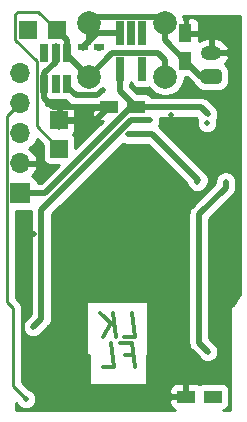
<source format=gbr>
G04 #@! TF.GenerationSoftware,KiCad,Pcbnew,(5.1.9)-1*
G04 #@! TF.CreationDate,2021-03-01T14:20:39+01:00*
G04 #@! TF.ProjectId,button_timer_v1.2.1_lipo,62757474-6f6e-45f7-9469-6d65725f7631,rev?*
G04 #@! TF.SameCoordinates,Original*
G04 #@! TF.FileFunction,Copper,L2,Bot*
G04 #@! TF.FilePolarity,Positive*
%FSLAX46Y46*%
G04 Gerber Fmt 4.6, Leading zero omitted, Abs format (unit mm)*
G04 Created by KiCad (PCBNEW (5.1.9)-1) date 2021-03-01 14:20:39*
%MOMM*%
%LPD*%
G01*
G04 APERTURE LIST*
G04 #@! TA.AperFunction,NonConductor*
%ADD10C,0.300000*%
G04 #@! TD*
G04 #@! TA.AperFunction,SMDPad,CuDef*
%ADD11R,0.650000X2.000000*%
G04 #@! TD*
G04 #@! TA.AperFunction,SMDPad,CuDef*
%ADD12C,0.150000*%
G04 #@! TD*
G04 #@! TA.AperFunction,SMDPad,CuDef*
%ADD13R,0.650000X1.500000*%
G04 #@! TD*
G04 #@! TA.AperFunction,SMDPad,CuDef*
%ADD14R,1.100000X1.500000*%
G04 #@! TD*
G04 #@! TA.AperFunction,SMDPad,CuDef*
%ADD15R,1.500000X1.100000*%
G04 #@! TD*
G04 #@! TA.AperFunction,SMDPad,CuDef*
%ADD16R,1.500000X1.500000*%
G04 #@! TD*
G04 #@! TA.AperFunction,SMDPad,CuDef*
%ADD17R,0.900000X0.620000*%
G04 #@! TD*
G04 #@! TA.AperFunction,ComponentPad*
%ADD18O,1.700000X1.700000*%
G04 #@! TD*
G04 #@! TA.AperFunction,ComponentPad*
%ADD19R,1.700000X1.700000*%
G04 #@! TD*
G04 #@! TA.AperFunction,ComponentPad*
%ADD20C,2.000000*%
G04 #@! TD*
G04 #@! TA.AperFunction,ComponentPad*
%ADD21O,1.750000X1.200000*%
G04 #@! TD*
G04 #@! TA.AperFunction,ViaPad*
%ADD22C,0.500000*%
G04 #@! TD*
G04 #@! TA.AperFunction,Conductor*
%ADD23C,0.500000*%
G04 #@! TD*
G04 #@! TA.AperFunction,Conductor*
%ADD24C,0.250000*%
G04 #@! TD*
G04 #@! TA.AperFunction,Conductor*
%ADD25C,0.254000*%
G04 #@! TD*
G04 #@! TA.AperFunction,Conductor*
%ADD26C,0.150000*%
G04 #@! TD*
G04 APERTURE END LIST*
D10*
X125990922Y-88536761D02*
X126943303Y-88536761D01*
X126693303Y-86536761D01*
X125324255Y-88536761D02*
X125074255Y-86536761D01*
X124181398Y-88536761D02*
X124895684Y-87393904D01*
X123931398Y-86536761D02*
X125217113Y-87679619D01*
X126092827Y-90057142D02*
X126759494Y-90057142D01*
X126890446Y-91104761D02*
X126640446Y-89104761D01*
X125688065Y-89104761D01*
X124223779Y-91104761D02*
X125176160Y-91104761D01*
X124926160Y-89104761D01*
D11*
G04 #@! TO.P,U2,5*
G04 #@! TO.N,/VCC*
X125650000Y-65850000D03*
G04 #@! TO.P,U2,4*
G04 #@! TO.N,N/C*
X127550000Y-65850000D03*
G04 #@! TO.P,U2,3*
G04 #@! TO.N,Net-(R7-Pad1)*
X127550000Y-62800000D03*
G04 #@! TA.AperFunction,SMDPad,CuDef*
D12*
G04 #@! TO.P,U2,2*
G04 #@! TO.N,/GND*
G36*
X126275000Y-61800000D02*
G01*
X126925000Y-61800000D01*
X126925000Y-63800000D01*
X126275000Y-63800000D01*
X126275000Y-61800000D01*
G37*
G04 #@! TD.AperFunction*
D11*
G04 #@! TO.P,U2,1*
G04 #@! TO.N,Net-(BT1-Pad1)*
X125650000Y-62800000D03*
G04 #@! TD*
D13*
G04 #@! TO.P,U3,5*
G04 #@! TO.N,Net-(R7-Pad2)*
X120200000Y-67100000D03*
G04 #@! TO.P,U3,6*
G04 #@! TO.N,/GND*
X119250000Y-67100000D03*
G04 #@! TO.P,U3,4*
G04 #@! TO.N,/GPIO4*
X121150000Y-67100000D03*
G04 #@! TO.P,U3,3*
G04 #@! TO.N,Net-(R6-Pad2)*
X121150000Y-64500000D03*
G04 #@! TO.P,U3,2*
G04 #@! TO.N,/GND*
X120200000Y-64500000D03*
G04 #@! TO.P,U3,1*
G04 #@! TO.N,Net-(BT1-Pad1)*
X119250000Y-64500000D03*
G04 #@! TD*
D14*
G04 #@! TO.P,C1,2*
G04 #@! TO.N,Net-(BT1-Pad1)*
X131200000Y-65150000D03*
G04 #@! TO.P,C1,1*
G04 #@! TO.N,/GND*
X131200000Y-62850000D03*
G04 #@! TD*
D15*
G04 #@! TO.P,C3,2*
G04 #@! TO.N,/VCC*
X127000000Y-69100000D03*
G04 #@! TO.P,C3,1*
G04 #@! TO.N,/GND*
X124700000Y-69100000D03*
G04 #@! TD*
G04 #@! TO.P,C2,2*
G04 #@! TO.N,/RST*
X133534800Y-93599000D03*
G04 #@! TO.P,C2,1*
G04 #@! TO.N,/GND*
X131234800Y-93599000D03*
G04 #@! TD*
D16*
G04 #@! TO.P,R8,2*
G04 #@! TO.N,/GND*
X120500000Y-70200000D03*
G04 #@! TO.P,R8,1*
G04 #@! TO.N,Net-(R6-Pad2)*
X120500000Y-72600000D03*
G04 #@! TD*
G04 #@! TO.P,R6,2*
G04 #@! TO.N,Net-(R6-Pad2)*
X120300000Y-62600000D03*
G04 #@! TO.P,R6,1*
G04 #@! TO.N,Net-(D1-Pad2)*
X117900000Y-62600000D03*
G04 #@! TD*
D17*
G04 #@! TO.P,C5,2*
G04 #@! TO.N,/GND*
X123840000Y-64008000D03*
G04 #@! TO.P,C5,1*
G04 #@! TO.N,Net-(BT1-Pad1)*
X122540000Y-64008000D03*
G04 #@! TD*
D18*
G04 #@! TO.P,J1,5*
G04 #@! TO.N,/RST*
X117200000Y-66240000D03*
G04 #@! TO.P,J1,4*
G04 #@! TO.N,/TX*
X117200000Y-68780000D03*
G04 #@! TO.P,J1,3*
G04 #@! TO.N,/RX*
X117200000Y-71320000D03*
G04 #@! TO.P,J1,2*
G04 #@! TO.N,/GND*
X117200000Y-73860000D03*
D19*
G04 #@! TO.P,J1,1*
G04 #@! TO.N,/VCC*
X117200000Y-76400000D03*
G04 #@! TD*
D20*
G04 #@! TO.P,SW1,1*
G04 #@! TO.N,Net-(BT1-Pad1)*
X129500000Y-62000000D03*
G04 #@! TO.P,SW1,2*
G04 #@! TO.N,Net-(R6-Pad2)*
X129500000Y-66500000D03*
G04 #@! TO.P,SW1,1*
G04 #@! TO.N,Net-(BT1-Pad1)*
X123000000Y-62000000D03*
G04 #@! TO.P,SW1,2*
G04 #@! TO.N,Net-(R6-Pad2)*
X123000000Y-66500000D03*
G04 #@! TD*
D21*
G04 #@! TO.P,BT1,2*
G04 #@! TO.N,/GND*
X133400000Y-64500000D03*
G04 #@! TO.P,BT1,1*
G04 #@! TO.N,Net-(BT1-Pad1)*
G04 #@! TA.AperFunction,ComponentPad*
G36*
G01*
X134025001Y-67100000D02*
X132774999Y-67100000D01*
G75*
G02*
X132525000Y-66850001I0J249999D01*
G01*
X132525000Y-66149999D01*
G75*
G02*
X132774999Y-65900000I249999J0D01*
G01*
X134025001Y-65900000D01*
G75*
G02*
X134275000Y-66149999I0J-249999D01*
G01*
X134275000Y-66850001D01*
G75*
G02*
X134025001Y-67100000I-249999J0D01*
G01*
G37*
G04 #@! TD.AperFunction*
G04 #@! TD*
D22*
G04 #@! TO.N,/VCC*
X133100000Y-69700000D03*
X133025480Y-70429120D03*
G04 #@! TO.N,/GND*
X134600000Y-78100000D03*
X118400000Y-79800000D03*
X117400000Y-79700000D03*
X130000000Y-70600000D03*
X130000000Y-69800000D03*
X131200000Y-93800000D03*
X120500000Y-70800000D03*
X123900000Y-64000000D03*
X126600000Y-62900000D03*
X120200000Y-63900000D03*
X124104500Y-69088000D03*
G04 #@! TO.N,/RST*
X133200000Y-93700000D03*
X126300000Y-71400000D03*
X132212900Y-75412900D03*
G04 #@! TO.N,/TX*
X117700000Y-93800000D03*
G04 #@! TO.N,/EN*
X133100000Y-89800000D03*
X134600000Y-75400000D03*
G04 #@! TO.N,Net-(BT1-Pad1)*
X119300000Y-64200000D03*
X122500000Y-64100000D03*
G04 #@! TO.N,Net-(R7-Pad2)*
X120300000Y-67600000D03*
G04 #@! TO.N,/GPIO4*
X118300000Y-87700000D03*
X121900000Y-68100000D03*
X128200000Y-70200000D03*
X124200000Y-67600000D03*
G04 #@! TO.N,Net-(D1-Pad2)*
X117900000Y-62600000D03*
G04 #@! TO.N,Net-(R7-Pad1)*
X127500000Y-62200000D03*
G04 #@! TD*
D23*
G04 #@! TO.N,/VCC*
X125650000Y-67750000D02*
X127000000Y-69100000D01*
X125650000Y-65850000D02*
X125650000Y-67750000D01*
X132500000Y-69100000D02*
X133100000Y-69700000D01*
X127000000Y-69100000D02*
X132500000Y-69100000D01*
X126630002Y-69100000D02*
X127000000Y-69100000D01*
X119330002Y-76400000D02*
X126630002Y-69100000D01*
X117200000Y-76400000D02*
X119330002Y-76400000D01*
G04 #@! TO.N,/GND*
X119250000Y-66205002D02*
X119250000Y-67100000D01*
X120200000Y-65255002D02*
X119250000Y-66205002D01*
X120200000Y-64500000D02*
X120200000Y-65255002D01*
X123600000Y-70200000D02*
X124700000Y-69100000D01*
X120500000Y-70200000D02*
X123600000Y-70200000D01*
X119250000Y-68350000D02*
X120000000Y-69100000D01*
X120000000Y-69100000D02*
X124700000Y-69100000D01*
X119250000Y-67100000D02*
X119250000Y-68350000D01*
G04 #@! TO.N,/RST*
X126300000Y-71400000D02*
X128400000Y-71400000D01*
X128400000Y-71400000D02*
X132300000Y-75300000D01*
D24*
G04 #@! TO.N,/TX*
X116124999Y-85597715D02*
X116600000Y-86072716D01*
X116124999Y-69855001D02*
X116124999Y-85597715D01*
X117200000Y-68780000D02*
X116124999Y-69855001D01*
X116600000Y-86072716D02*
X116600000Y-92600000D01*
X116600000Y-92600000D02*
X116600000Y-92700000D01*
X116600000Y-92700000D02*
X117700000Y-93800000D01*
X117700000Y-93800000D02*
X117700000Y-93800000D01*
D23*
G04 #@! TO.N,/EN*
X134600000Y-75400000D02*
X134600000Y-75900000D01*
X132334801Y-89034801D02*
X133100000Y-89800000D01*
X132334801Y-78165199D02*
X132334801Y-89034801D01*
X134600000Y-75900000D02*
X132334801Y-78165199D01*
G04 #@! TO.N,Net-(BT1-Pad1)*
X132550000Y-66500000D02*
X131200000Y-65150000D01*
X133400000Y-66500000D02*
X132550000Y-66500000D01*
X129500000Y-63450000D02*
X129500000Y-62000000D01*
X131200000Y-65150000D02*
X129500000Y-63450000D01*
X123550010Y-61449990D02*
X123000000Y-62000000D01*
X128949990Y-61449990D02*
X123550010Y-61449990D01*
X129500000Y-62000000D02*
X128949990Y-61449990D01*
X123000000Y-63548000D02*
X122540000Y-64008000D01*
X123000000Y-62000000D02*
X123000000Y-63548000D01*
X123748000Y-62800000D02*
X125650000Y-62800000D01*
X122540000Y-64008000D02*
X123748000Y-62800000D01*
G04 #@! TO.N,/GPIO4*
X121150000Y-67100000D02*
X121150000Y-67350000D01*
X121150000Y-67350000D02*
X121900000Y-68100000D01*
X121900000Y-68100000D02*
X121900000Y-68100000D01*
X119000001Y-86999999D02*
X119000001Y-77799999D01*
X118300000Y-87700000D02*
X119000001Y-86999999D01*
X119000001Y-77799999D02*
X126600000Y-70200000D01*
X126600000Y-70200000D02*
X128200000Y-70200000D01*
X128200000Y-70200000D02*
X128200000Y-70200000D01*
X123700000Y-68100000D02*
X121900000Y-68100000D01*
X124200000Y-67600000D02*
X123700000Y-68100000D01*
G04 #@! TO.N,Net-(R6-Pad2)*
X121150000Y-63450000D02*
X121150000Y-64500000D01*
X120300000Y-62600000D02*
X121150000Y-63450000D01*
X121150000Y-64650000D02*
X123000000Y-66500000D01*
X121150000Y-64500000D02*
X121150000Y-64650000D01*
X125000001Y-64499999D02*
X123000000Y-66500000D01*
X128914212Y-64499999D02*
X125000001Y-64499999D01*
X129500000Y-65085787D02*
X128914212Y-64499999D01*
X129500000Y-66500000D02*
X129500000Y-65085787D01*
D24*
X118700000Y-61000000D02*
X120300000Y-62600000D01*
X117000000Y-61000000D02*
X118700000Y-61000000D01*
X116800000Y-63405002D02*
X116800000Y-61200000D01*
X118600000Y-65205002D02*
X116800000Y-63405002D01*
X116800000Y-61200000D02*
X117000000Y-61000000D01*
X118600000Y-70700000D02*
X118600000Y-65205002D01*
X120500000Y-72600000D02*
X118600000Y-70700000D01*
G04 #@! TD*
D25*
G04 #@! TO.N,/GND*
X135840001Y-78071344D02*
X135840000Y-78071354D01*
X135840001Y-80611344D01*
X135840000Y-80611354D01*
X135840001Y-84917666D01*
X135200464Y-85831291D01*
X135149289Y-85873290D01*
X135063688Y-85977594D01*
X135000081Y-86096595D01*
X134960912Y-86225718D01*
X134951000Y-86326354D01*
X134951001Y-94773000D01*
X134415255Y-94773000D01*
X134528980Y-94738502D01*
X134639294Y-94679537D01*
X134735985Y-94600185D01*
X134815337Y-94503494D01*
X134874302Y-94393180D01*
X134910612Y-94273482D01*
X134922872Y-94149000D01*
X134922872Y-93049000D01*
X134910612Y-92924518D01*
X134874302Y-92804820D01*
X134815337Y-92694506D01*
X134735985Y-92597815D01*
X134639294Y-92518463D01*
X134528980Y-92459498D01*
X134409282Y-92423188D01*
X134284800Y-92410928D01*
X132784800Y-92410928D01*
X132660318Y-92423188D01*
X132540620Y-92459498D01*
X132430306Y-92518463D01*
X132384800Y-92555809D01*
X132339294Y-92518463D01*
X132228980Y-92459498D01*
X132109282Y-92423188D01*
X131984800Y-92410928D01*
X131520550Y-92414000D01*
X131361800Y-92572750D01*
X131361800Y-93472000D01*
X131381800Y-93472000D01*
X131381800Y-93726000D01*
X131361800Y-93726000D01*
X131361800Y-93746000D01*
X131107800Y-93746000D01*
X131107800Y-93726000D01*
X130008550Y-93726000D01*
X129849800Y-93884750D01*
X129846728Y-94149000D01*
X129858988Y-94273482D01*
X129895298Y-94393180D01*
X129954263Y-94503494D01*
X130033615Y-94600185D01*
X130130306Y-94679537D01*
X130240620Y-94738502D01*
X130354345Y-94773000D01*
X116890000Y-94773000D01*
X116890000Y-94157104D01*
X116915723Y-94219205D01*
X117012576Y-94364155D01*
X117135845Y-94487424D01*
X117280795Y-94584277D01*
X117441855Y-94650990D01*
X117612835Y-94685000D01*
X117787165Y-94685000D01*
X117958145Y-94650990D01*
X118119205Y-94584277D01*
X118264155Y-94487424D01*
X118387424Y-94364155D01*
X118484277Y-94219205D01*
X118550990Y-94058145D01*
X118585000Y-93887165D01*
X118585000Y-93712835D01*
X118550990Y-93541855D01*
X118484277Y-93380795D01*
X118387424Y-93235845D01*
X118264155Y-93112576D01*
X118169008Y-93049000D01*
X129846728Y-93049000D01*
X129849800Y-93313250D01*
X130008550Y-93472000D01*
X131107800Y-93472000D01*
X131107800Y-92572750D01*
X130949050Y-92414000D01*
X130484800Y-92410928D01*
X130360318Y-92423188D01*
X130240620Y-92459498D01*
X130130306Y-92518463D01*
X130033615Y-92597815D01*
X129954263Y-92694506D01*
X129895298Y-92804820D01*
X129858988Y-92924518D01*
X129846728Y-93049000D01*
X118169008Y-93049000D01*
X118119205Y-93015723D01*
X117958145Y-92949010D01*
X117915287Y-92940485D01*
X117360000Y-92385199D01*
X117360000Y-86110039D01*
X117363676Y-86072716D01*
X117360000Y-86035393D01*
X117360000Y-86035383D01*
X117349003Y-85923730D01*
X117305546Y-85780469D01*
X117234974Y-85648440D01*
X117140001Y-85532715D01*
X117110998Y-85508913D01*
X116884999Y-85282914D01*
X116884999Y-77888072D01*
X118050000Y-77888072D01*
X118115002Y-77881670D01*
X118115001Y-86633420D01*
X117735848Y-87012574D01*
X117735845Y-87012576D01*
X117612576Y-87135845D01*
X117588300Y-87172176D01*
X117560590Y-87205941D01*
X117540001Y-87244460D01*
X117515723Y-87280795D01*
X117498998Y-87321173D01*
X117478412Y-87359687D01*
X117465734Y-87401480D01*
X117449010Y-87441855D01*
X117440486Y-87484707D01*
X117427805Y-87526510D01*
X117423523Y-87569985D01*
X117415000Y-87612835D01*
X117415000Y-87656531D01*
X117410719Y-87700000D01*
X117415000Y-87743469D01*
X117415000Y-87787165D01*
X117423523Y-87830015D01*
X117427805Y-87873490D01*
X117440486Y-87915293D01*
X117449010Y-87958145D01*
X117465734Y-87998520D01*
X117478412Y-88040313D01*
X117498998Y-88078827D01*
X117515723Y-88119205D01*
X117540001Y-88155540D01*
X117560590Y-88194059D01*
X117588301Y-88227824D01*
X117612576Y-88264155D01*
X117643472Y-88295051D01*
X117671183Y-88328817D01*
X117704949Y-88356528D01*
X117735845Y-88387424D01*
X117772176Y-88411699D01*
X117805941Y-88439410D01*
X117844460Y-88459999D01*
X117880795Y-88484277D01*
X117921173Y-88501002D01*
X117959687Y-88521588D01*
X118001480Y-88534266D01*
X118041855Y-88550990D01*
X118084707Y-88559514D01*
X118126510Y-88572195D01*
X118169985Y-88576477D01*
X118212835Y-88585000D01*
X118256531Y-88585000D01*
X118300000Y-88589281D01*
X118343469Y-88585000D01*
X118387165Y-88585000D01*
X118430015Y-88576477D01*
X118473490Y-88572195D01*
X118515293Y-88559514D01*
X118558145Y-88550990D01*
X118598520Y-88534266D01*
X118640313Y-88521588D01*
X118678827Y-88501002D01*
X118719205Y-88484277D01*
X118755540Y-88459999D01*
X118794059Y-88439410D01*
X118827824Y-88411700D01*
X118864155Y-88387424D01*
X118987424Y-88264155D01*
X118987426Y-88264152D01*
X119595051Y-87656528D01*
X119628818Y-87628816D01*
X119739412Y-87494058D01*
X119821590Y-87340312D01*
X119872196Y-87173489D01*
X119885001Y-87043476D01*
X119885001Y-87043468D01*
X119889282Y-86999999D01*
X119885001Y-86956530D01*
X119885001Y-85482000D01*
X122815476Y-85482000D01*
X122815476Y-90052000D01*
X123048334Y-90052000D01*
X123048334Y-92620000D01*
X127951667Y-92620000D01*
X127951667Y-90052000D01*
X128004524Y-90052000D01*
X128004524Y-85482000D01*
X122815476Y-85482000D01*
X119885001Y-85482000D01*
X119885001Y-78166577D01*
X119886379Y-78165199D01*
X131445520Y-78165199D01*
X131449801Y-78208668D01*
X131449802Y-88991322D01*
X131445520Y-89034801D01*
X131462606Y-89208291D01*
X131513213Y-89375114D01*
X131595391Y-89528860D01*
X131678269Y-89629847D01*
X131678272Y-89629850D01*
X131705985Y-89663618D01*
X131739752Y-89691330D01*
X132412576Y-90364155D01*
X132535845Y-90487424D01*
X132572170Y-90511696D01*
X132605941Y-90539411D01*
X132644467Y-90560003D01*
X132680795Y-90584277D01*
X132721167Y-90601000D01*
X132759686Y-90621588D01*
X132801482Y-90634267D01*
X132841855Y-90650990D01*
X132884707Y-90659514D01*
X132926510Y-90672195D01*
X132969985Y-90676477D01*
X133012835Y-90685000D01*
X133056531Y-90685000D01*
X133100000Y-90689281D01*
X133143469Y-90685000D01*
X133187165Y-90685000D01*
X133230015Y-90676477D01*
X133273490Y-90672195D01*
X133315293Y-90659514D01*
X133358145Y-90650990D01*
X133398520Y-90634266D01*
X133440313Y-90621588D01*
X133478829Y-90601001D01*
X133519205Y-90584277D01*
X133555534Y-90560002D01*
X133594059Y-90539411D01*
X133627829Y-90511696D01*
X133664155Y-90487424D01*
X133695049Y-90456530D01*
X133728817Y-90428817D01*
X133756530Y-90395049D01*
X133787424Y-90364155D01*
X133811696Y-90327829D01*
X133839411Y-90294059D01*
X133860002Y-90255534D01*
X133884277Y-90219205D01*
X133901001Y-90178829D01*
X133921588Y-90140313D01*
X133934266Y-90098520D01*
X133950990Y-90058145D01*
X133959514Y-90015293D01*
X133972195Y-89973490D01*
X133976477Y-89930015D01*
X133985000Y-89887165D01*
X133985000Y-89843469D01*
X133989281Y-89800000D01*
X133985000Y-89756531D01*
X133985000Y-89712835D01*
X133976477Y-89669985D01*
X133972195Y-89626510D01*
X133959514Y-89584707D01*
X133950990Y-89541855D01*
X133934267Y-89501482D01*
X133921588Y-89459686D01*
X133901000Y-89421167D01*
X133884277Y-89380795D01*
X133860003Y-89344467D01*
X133839411Y-89305941D01*
X133811696Y-89272170D01*
X133787424Y-89235845D01*
X133664155Y-89112576D01*
X133219801Y-88668223D01*
X133219801Y-78531777D01*
X135195049Y-76556530D01*
X135228817Y-76528817D01*
X135339411Y-76394059D01*
X135421589Y-76240313D01*
X135472195Y-76073490D01*
X135485000Y-75943477D01*
X135485000Y-75943467D01*
X135489281Y-75900001D01*
X135485000Y-75856535D01*
X135485000Y-75312835D01*
X135476477Y-75269987D01*
X135472195Y-75226510D01*
X135459513Y-75184705D01*
X135450990Y-75141855D01*
X135434269Y-75101487D01*
X135421589Y-75059687D01*
X135400999Y-75021165D01*
X135384277Y-74980795D01*
X135360004Y-74944467D01*
X135339411Y-74905941D01*
X135311696Y-74872171D01*
X135287424Y-74835845D01*
X135256530Y-74804951D01*
X135228817Y-74771183D01*
X135195051Y-74743472D01*
X135164155Y-74712576D01*
X135127825Y-74688301D01*
X135094058Y-74660589D01*
X135055537Y-74639999D01*
X135019205Y-74615723D01*
X134978831Y-74599000D01*
X134940312Y-74578411D01*
X134898516Y-74565732D01*
X134858145Y-74549010D01*
X134815292Y-74540486D01*
X134773489Y-74527805D01*
X134730013Y-74523523D01*
X134687165Y-74515000D01*
X134643476Y-74515000D01*
X134600000Y-74510718D01*
X134556523Y-74515000D01*
X134512835Y-74515000D01*
X134469987Y-74523523D01*
X134426510Y-74527805D01*
X134384705Y-74540487D01*
X134341855Y-74549010D01*
X134301487Y-74565731D01*
X134259687Y-74578411D01*
X134221165Y-74599001D01*
X134180795Y-74615723D01*
X134144467Y-74639996D01*
X134105941Y-74660589D01*
X134072171Y-74688304D01*
X134035845Y-74712576D01*
X134004951Y-74743470D01*
X133971183Y-74771183D01*
X133943472Y-74804949D01*
X133912576Y-74835845D01*
X133888301Y-74872175D01*
X133860589Y-74905942D01*
X133839999Y-74944463D01*
X133815723Y-74980795D01*
X133799000Y-75021169D01*
X133778411Y-75059688D01*
X133765732Y-75101484D01*
X133749010Y-75141855D01*
X133740486Y-75184708D01*
X133727805Y-75226511D01*
X133723523Y-75269986D01*
X133715000Y-75312835D01*
X133715000Y-75533421D01*
X131739757Y-77508665D01*
X131705984Y-77536382D01*
X131595390Y-77671141D01*
X131513212Y-77824887D01*
X131462606Y-77991710D01*
X131449801Y-78121723D01*
X131449801Y-78121730D01*
X131445520Y-78165199D01*
X119886379Y-78165199D01*
X125872706Y-72178872D01*
X125880795Y-72184277D01*
X125921165Y-72200999D01*
X125959687Y-72221589D01*
X126001487Y-72234269D01*
X126041855Y-72250990D01*
X126084705Y-72259513D01*
X126126510Y-72272195D01*
X126169987Y-72276477D01*
X126212835Y-72285000D01*
X128033422Y-72285000D01*
X131347619Y-75599198D01*
X131361910Y-75671045D01*
X131428623Y-75832105D01*
X131525476Y-75977055D01*
X131648745Y-76100324D01*
X131793695Y-76197177D01*
X131954755Y-76263890D01*
X132125735Y-76297900D01*
X132300065Y-76297900D01*
X132471045Y-76263890D01*
X132632105Y-76197177D01*
X132777055Y-76100324D01*
X132900324Y-75977055D01*
X132948937Y-75904301D01*
X133039411Y-75794059D01*
X133121588Y-75640313D01*
X133172195Y-75473490D01*
X133189281Y-75300000D01*
X133172195Y-75126510D01*
X133121588Y-74959686D01*
X133039411Y-74805941D01*
X132956532Y-74704953D01*
X129056534Y-70804956D01*
X129028817Y-70771183D01*
X128937572Y-70696300D01*
X128939411Y-70694059D01*
X128960004Y-70655533D01*
X128984277Y-70619205D01*
X129000999Y-70578835D01*
X129021589Y-70540313D01*
X129034269Y-70498513D01*
X129050990Y-70458145D01*
X129059513Y-70415295D01*
X129072195Y-70373490D01*
X129076477Y-70330013D01*
X129085000Y-70287165D01*
X129085000Y-70243477D01*
X129089282Y-70200000D01*
X129085000Y-70156523D01*
X129085000Y-70112835D01*
X129076477Y-70069987D01*
X129072195Y-70026510D01*
X129059603Y-69985000D01*
X132133422Y-69985000D01*
X132216932Y-70068511D01*
X132174490Y-70170975D01*
X132140480Y-70341955D01*
X132140480Y-70516285D01*
X132174490Y-70687265D01*
X132241203Y-70848325D01*
X132338056Y-70993275D01*
X132461325Y-71116544D01*
X132606275Y-71213397D01*
X132767335Y-71280110D01*
X132938315Y-71314120D01*
X133112645Y-71314120D01*
X133283625Y-71280110D01*
X133444685Y-71213397D01*
X133589635Y-71116544D01*
X133712904Y-70993275D01*
X133809757Y-70848325D01*
X133876470Y-70687265D01*
X133910480Y-70516285D01*
X133910480Y-70341955D01*
X133876470Y-70170975D01*
X133866220Y-70146229D01*
X133884277Y-70119205D01*
X133901002Y-70078826D01*
X133921588Y-70040313D01*
X133934265Y-69998523D01*
X133950990Y-69958145D01*
X133959516Y-69915283D01*
X133972194Y-69873489D01*
X133976475Y-69830024D01*
X133985000Y-69787165D01*
X133985000Y-69743465D01*
X133989281Y-69699999D01*
X133985000Y-69656533D01*
X133985000Y-69612835D01*
X133976475Y-69569978D01*
X133972194Y-69526509D01*
X133959515Y-69484712D01*
X133950990Y-69441855D01*
X133934267Y-69401481D01*
X133921588Y-69359686D01*
X133901000Y-69321168D01*
X133884277Y-69280795D01*
X133860001Y-69244464D01*
X133839410Y-69205940D01*
X133811696Y-69172170D01*
X133787424Y-69135845D01*
X133664155Y-69012576D01*
X133156534Y-68504956D01*
X133128817Y-68471183D01*
X132994059Y-68360589D01*
X132840313Y-68278411D01*
X132673490Y-68227805D01*
X132543477Y-68215000D01*
X132543469Y-68215000D01*
X132500000Y-68210719D01*
X132456531Y-68215000D01*
X128290957Y-68215000D01*
X128280537Y-68195506D01*
X128201185Y-68098815D01*
X128104494Y-68019463D01*
X127994180Y-67960498D01*
X127874482Y-67924188D01*
X127750000Y-67911928D01*
X127063507Y-67911928D01*
X126535000Y-67383422D01*
X126535000Y-67149373D01*
X126564502Y-67094180D01*
X126600000Y-66977159D01*
X126635498Y-67094180D01*
X126694463Y-67204494D01*
X126773815Y-67301185D01*
X126870506Y-67380537D01*
X126980820Y-67439502D01*
X127100518Y-67475812D01*
X127225000Y-67488072D01*
X127875000Y-67488072D01*
X127999482Y-67475812D01*
X128119180Y-67439502D01*
X128150258Y-67422890D01*
X128230013Y-67542252D01*
X128457748Y-67769987D01*
X128725537Y-67948918D01*
X129023088Y-68072168D01*
X129338967Y-68135000D01*
X129661033Y-68135000D01*
X129976912Y-68072168D01*
X130274463Y-67948918D01*
X130542252Y-67769987D01*
X130769987Y-67542252D01*
X130948918Y-67274463D01*
X131072168Y-66976912D01*
X131135000Y-66661033D01*
X131135000Y-66538072D01*
X131336493Y-66538072D01*
X131893470Y-67095049D01*
X131921183Y-67128817D01*
X131940930Y-67145023D01*
X131954528Y-67189851D01*
X132036595Y-67343387D01*
X132147038Y-67477962D01*
X132281613Y-67588405D01*
X132435149Y-67670472D01*
X132601745Y-67721008D01*
X132774999Y-67738072D01*
X134025001Y-67738072D01*
X134198255Y-67721008D01*
X134364851Y-67670472D01*
X134518387Y-67588405D01*
X134652962Y-67477962D01*
X134763405Y-67343387D01*
X134845472Y-67189851D01*
X134896008Y-67023255D01*
X134913072Y-66850001D01*
X134913072Y-66149999D01*
X134896008Y-65976745D01*
X134845472Y-65810149D01*
X134763405Y-65656613D01*
X134652962Y-65522038D01*
X134518387Y-65411595D01*
X134513594Y-65409033D01*
X134638078Y-65283474D01*
X134772421Y-65080533D01*
X134864591Y-64855282D01*
X134868462Y-64817609D01*
X134743731Y-64627000D01*
X133527000Y-64627000D01*
X133527000Y-64647000D01*
X133273000Y-64647000D01*
X133273000Y-64627000D01*
X133253000Y-64627000D01*
X133253000Y-64373000D01*
X133273000Y-64373000D01*
X133273000Y-63265000D01*
X133527000Y-63265000D01*
X133527000Y-64373000D01*
X134743731Y-64373000D01*
X134868462Y-64182391D01*
X134864591Y-64144718D01*
X134772421Y-63919467D01*
X134638078Y-63716526D01*
X134466725Y-63543693D01*
X134264946Y-63407610D01*
X134040496Y-63313507D01*
X133802000Y-63265000D01*
X133527000Y-63265000D01*
X133273000Y-63265000D01*
X132998000Y-63265000D01*
X132759504Y-63313507D01*
X132535054Y-63407610D01*
X132387458Y-63507151D01*
X132385000Y-63135750D01*
X132226250Y-62977000D01*
X131327000Y-62977000D01*
X131327000Y-62997000D01*
X131073000Y-62997000D01*
X131073000Y-62977000D01*
X131053000Y-62977000D01*
X131053000Y-62723000D01*
X131073000Y-62723000D01*
X131073000Y-62472729D01*
X131135000Y-62161033D01*
X131135000Y-61838967D01*
X131092191Y-61623750D01*
X131327000Y-61623750D01*
X131327000Y-62723000D01*
X132226250Y-62723000D01*
X132385000Y-62564250D01*
X132388072Y-62100000D01*
X132375812Y-61975518D01*
X132339502Y-61855820D01*
X132280537Y-61745506D01*
X132201185Y-61648815D01*
X132104494Y-61569463D01*
X131994180Y-61510498D01*
X131874482Y-61474188D01*
X131750000Y-61461928D01*
X131485750Y-61465000D01*
X131327000Y-61623750D01*
X131092191Y-61623750D01*
X131072168Y-61523088D01*
X131017455Y-61391000D01*
X135840000Y-61391000D01*
X135840001Y-78071344D01*
G04 #@! TA.AperFunction,Conductor*
D26*
G36*
X135840001Y-78071344D02*
G01*
X135840000Y-78071354D01*
X135840001Y-80611344D01*
X135840000Y-80611354D01*
X135840001Y-84917666D01*
X135200464Y-85831291D01*
X135149289Y-85873290D01*
X135063688Y-85977594D01*
X135000081Y-86096595D01*
X134960912Y-86225718D01*
X134951000Y-86326354D01*
X134951001Y-94773000D01*
X134415255Y-94773000D01*
X134528980Y-94738502D01*
X134639294Y-94679537D01*
X134735985Y-94600185D01*
X134815337Y-94503494D01*
X134874302Y-94393180D01*
X134910612Y-94273482D01*
X134922872Y-94149000D01*
X134922872Y-93049000D01*
X134910612Y-92924518D01*
X134874302Y-92804820D01*
X134815337Y-92694506D01*
X134735985Y-92597815D01*
X134639294Y-92518463D01*
X134528980Y-92459498D01*
X134409282Y-92423188D01*
X134284800Y-92410928D01*
X132784800Y-92410928D01*
X132660318Y-92423188D01*
X132540620Y-92459498D01*
X132430306Y-92518463D01*
X132384800Y-92555809D01*
X132339294Y-92518463D01*
X132228980Y-92459498D01*
X132109282Y-92423188D01*
X131984800Y-92410928D01*
X131520550Y-92414000D01*
X131361800Y-92572750D01*
X131361800Y-93472000D01*
X131381800Y-93472000D01*
X131381800Y-93726000D01*
X131361800Y-93726000D01*
X131361800Y-93746000D01*
X131107800Y-93746000D01*
X131107800Y-93726000D01*
X130008550Y-93726000D01*
X129849800Y-93884750D01*
X129846728Y-94149000D01*
X129858988Y-94273482D01*
X129895298Y-94393180D01*
X129954263Y-94503494D01*
X130033615Y-94600185D01*
X130130306Y-94679537D01*
X130240620Y-94738502D01*
X130354345Y-94773000D01*
X116890000Y-94773000D01*
X116890000Y-94157104D01*
X116915723Y-94219205D01*
X117012576Y-94364155D01*
X117135845Y-94487424D01*
X117280795Y-94584277D01*
X117441855Y-94650990D01*
X117612835Y-94685000D01*
X117787165Y-94685000D01*
X117958145Y-94650990D01*
X118119205Y-94584277D01*
X118264155Y-94487424D01*
X118387424Y-94364155D01*
X118484277Y-94219205D01*
X118550990Y-94058145D01*
X118585000Y-93887165D01*
X118585000Y-93712835D01*
X118550990Y-93541855D01*
X118484277Y-93380795D01*
X118387424Y-93235845D01*
X118264155Y-93112576D01*
X118169008Y-93049000D01*
X129846728Y-93049000D01*
X129849800Y-93313250D01*
X130008550Y-93472000D01*
X131107800Y-93472000D01*
X131107800Y-92572750D01*
X130949050Y-92414000D01*
X130484800Y-92410928D01*
X130360318Y-92423188D01*
X130240620Y-92459498D01*
X130130306Y-92518463D01*
X130033615Y-92597815D01*
X129954263Y-92694506D01*
X129895298Y-92804820D01*
X129858988Y-92924518D01*
X129846728Y-93049000D01*
X118169008Y-93049000D01*
X118119205Y-93015723D01*
X117958145Y-92949010D01*
X117915287Y-92940485D01*
X117360000Y-92385199D01*
X117360000Y-86110039D01*
X117363676Y-86072716D01*
X117360000Y-86035393D01*
X117360000Y-86035383D01*
X117349003Y-85923730D01*
X117305546Y-85780469D01*
X117234974Y-85648440D01*
X117140001Y-85532715D01*
X117110998Y-85508913D01*
X116884999Y-85282914D01*
X116884999Y-77888072D01*
X118050000Y-77888072D01*
X118115002Y-77881670D01*
X118115001Y-86633420D01*
X117735848Y-87012574D01*
X117735845Y-87012576D01*
X117612576Y-87135845D01*
X117588300Y-87172176D01*
X117560590Y-87205941D01*
X117540001Y-87244460D01*
X117515723Y-87280795D01*
X117498998Y-87321173D01*
X117478412Y-87359687D01*
X117465734Y-87401480D01*
X117449010Y-87441855D01*
X117440486Y-87484707D01*
X117427805Y-87526510D01*
X117423523Y-87569985D01*
X117415000Y-87612835D01*
X117415000Y-87656531D01*
X117410719Y-87700000D01*
X117415000Y-87743469D01*
X117415000Y-87787165D01*
X117423523Y-87830015D01*
X117427805Y-87873490D01*
X117440486Y-87915293D01*
X117449010Y-87958145D01*
X117465734Y-87998520D01*
X117478412Y-88040313D01*
X117498998Y-88078827D01*
X117515723Y-88119205D01*
X117540001Y-88155540D01*
X117560590Y-88194059D01*
X117588301Y-88227824D01*
X117612576Y-88264155D01*
X117643472Y-88295051D01*
X117671183Y-88328817D01*
X117704949Y-88356528D01*
X117735845Y-88387424D01*
X117772176Y-88411699D01*
X117805941Y-88439410D01*
X117844460Y-88459999D01*
X117880795Y-88484277D01*
X117921173Y-88501002D01*
X117959687Y-88521588D01*
X118001480Y-88534266D01*
X118041855Y-88550990D01*
X118084707Y-88559514D01*
X118126510Y-88572195D01*
X118169985Y-88576477D01*
X118212835Y-88585000D01*
X118256531Y-88585000D01*
X118300000Y-88589281D01*
X118343469Y-88585000D01*
X118387165Y-88585000D01*
X118430015Y-88576477D01*
X118473490Y-88572195D01*
X118515293Y-88559514D01*
X118558145Y-88550990D01*
X118598520Y-88534266D01*
X118640313Y-88521588D01*
X118678827Y-88501002D01*
X118719205Y-88484277D01*
X118755540Y-88459999D01*
X118794059Y-88439410D01*
X118827824Y-88411700D01*
X118864155Y-88387424D01*
X118987424Y-88264155D01*
X118987426Y-88264152D01*
X119595051Y-87656528D01*
X119628818Y-87628816D01*
X119739412Y-87494058D01*
X119821590Y-87340312D01*
X119872196Y-87173489D01*
X119885001Y-87043476D01*
X119885001Y-87043468D01*
X119889282Y-86999999D01*
X119885001Y-86956530D01*
X119885001Y-85482000D01*
X122815476Y-85482000D01*
X122815476Y-90052000D01*
X123048334Y-90052000D01*
X123048334Y-92620000D01*
X127951667Y-92620000D01*
X127951667Y-90052000D01*
X128004524Y-90052000D01*
X128004524Y-85482000D01*
X122815476Y-85482000D01*
X119885001Y-85482000D01*
X119885001Y-78166577D01*
X119886379Y-78165199D01*
X131445520Y-78165199D01*
X131449801Y-78208668D01*
X131449802Y-88991322D01*
X131445520Y-89034801D01*
X131462606Y-89208291D01*
X131513213Y-89375114D01*
X131595391Y-89528860D01*
X131678269Y-89629847D01*
X131678272Y-89629850D01*
X131705985Y-89663618D01*
X131739752Y-89691330D01*
X132412576Y-90364155D01*
X132535845Y-90487424D01*
X132572170Y-90511696D01*
X132605941Y-90539411D01*
X132644467Y-90560003D01*
X132680795Y-90584277D01*
X132721167Y-90601000D01*
X132759686Y-90621588D01*
X132801482Y-90634267D01*
X132841855Y-90650990D01*
X132884707Y-90659514D01*
X132926510Y-90672195D01*
X132969985Y-90676477D01*
X133012835Y-90685000D01*
X133056531Y-90685000D01*
X133100000Y-90689281D01*
X133143469Y-90685000D01*
X133187165Y-90685000D01*
X133230015Y-90676477D01*
X133273490Y-90672195D01*
X133315293Y-90659514D01*
X133358145Y-90650990D01*
X133398520Y-90634266D01*
X133440313Y-90621588D01*
X133478829Y-90601001D01*
X133519205Y-90584277D01*
X133555534Y-90560002D01*
X133594059Y-90539411D01*
X133627829Y-90511696D01*
X133664155Y-90487424D01*
X133695049Y-90456530D01*
X133728817Y-90428817D01*
X133756530Y-90395049D01*
X133787424Y-90364155D01*
X133811696Y-90327829D01*
X133839411Y-90294059D01*
X133860002Y-90255534D01*
X133884277Y-90219205D01*
X133901001Y-90178829D01*
X133921588Y-90140313D01*
X133934266Y-90098520D01*
X133950990Y-90058145D01*
X133959514Y-90015293D01*
X133972195Y-89973490D01*
X133976477Y-89930015D01*
X133985000Y-89887165D01*
X133985000Y-89843469D01*
X133989281Y-89800000D01*
X133985000Y-89756531D01*
X133985000Y-89712835D01*
X133976477Y-89669985D01*
X133972195Y-89626510D01*
X133959514Y-89584707D01*
X133950990Y-89541855D01*
X133934267Y-89501482D01*
X133921588Y-89459686D01*
X133901000Y-89421167D01*
X133884277Y-89380795D01*
X133860003Y-89344467D01*
X133839411Y-89305941D01*
X133811696Y-89272170D01*
X133787424Y-89235845D01*
X133664155Y-89112576D01*
X133219801Y-88668223D01*
X133219801Y-78531777D01*
X135195049Y-76556530D01*
X135228817Y-76528817D01*
X135339411Y-76394059D01*
X135421589Y-76240313D01*
X135472195Y-76073490D01*
X135485000Y-75943477D01*
X135485000Y-75943467D01*
X135489281Y-75900001D01*
X135485000Y-75856535D01*
X135485000Y-75312835D01*
X135476477Y-75269987D01*
X135472195Y-75226510D01*
X135459513Y-75184705D01*
X135450990Y-75141855D01*
X135434269Y-75101487D01*
X135421589Y-75059687D01*
X135400999Y-75021165D01*
X135384277Y-74980795D01*
X135360004Y-74944467D01*
X135339411Y-74905941D01*
X135311696Y-74872171D01*
X135287424Y-74835845D01*
X135256530Y-74804951D01*
X135228817Y-74771183D01*
X135195051Y-74743472D01*
X135164155Y-74712576D01*
X135127825Y-74688301D01*
X135094058Y-74660589D01*
X135055537Y-74639999D01*
X135019205Y-74615723D01*
X134978831Y-74599000D01*
X134940312Y-74578411D01*
X134898516Y-74565732D01*
X134858145Y-74549010D01*
X134815292Y-74540486D01*
X134773489Y-74527805D01*
X134730013Y-74523523D01*
X134687165Y-74515000D01*
X134643476Y-74515000D01*
X134600000Y-74510718D01*
X134556523Y-74515000D01*
X134512835Y-74515000D01*
X134469987Y-74523523D01*
X134426510Y-74527805D01*
X134384705Y-74540487D01*
X134341855Y-74549010D01*
X134301487Y-74565731D01*
X134259687Y-74578411D01*
X134221165Y-74599001D01*
X134180795Y-74615723D01*
X134144467Y-74639996D01*
X134105941Y-74660589D01*
X134072171Y-74688304D01*
X134035845Y-74712576D01*
X134004951Y-74743470D01*
X133971183Y-74771183D01*
X133943472Y-74804949D01*
X133912576Y-74835845D01*
X133888301Y-74872175D01*
X133860589Y-74905942D01*
X133839999Y-74944463D01*
X133815723Y-74980795D01*
X133799000Y-75021169D01*
X133778411Y-75059688D01*
X133765732Y-75101484D01*
X133749010Y-75141855D01*
X133740486Y-75184708D01*
X133727805Y-75226511D01*
X133723523Y-75269986D01*
X133715000Y-75312835D01*
X133715000Y-75533421D01*
X131739757Y-77508665D01*
X131705984Y-77536382D01*
X131595390Y-77671141D01*
X131513212Y-77824887D01*
X131462606Y-77991710D01*
X131449801Y-78121723D01*
X131449801Y-78121730D01*
X131445520Y-78165199D01*
X119886379Y-78165199D01*
X125872706Y-72178872D01*
X125880795Y-72184277D01*
X125921165Y-72200999D01*
X125959687Y-72221589D01*
X126001487Y-72234269D01*
X126041855Y-72250990D01*
X126084705Y-72259513D01*
X126126510Y-72272195D01*
X126169987Y-72276477D01*
X126212835Y-72285000D01*
X128033422Y-72285000D01*
X131347619Y-75599198D01*
X131361910Y-75671045D01*
X131428623Y-75832105D01*
X131525476Y-75977055D01*
X131648745Y-76100324D01*
X131793695Y-76197177D01*
X131954755Y-76263890D01*
X132125735Y-76297900D01*
X132300065Y-76297900D01*
X132471045Y-76263890D01*
X132632105Y-76197177D01*
X132777055Y-76100324D01*
X132900324Y-75977055D01*
X132948937Y-75904301D01*
X133039411Y-75794059D01*
X133121588Y-75640313D01*
X133172195Y-75473490D01*
X133189281Y-75300000D01*
X133172195Y-75126510D01*
X133121588Y-74959686D01*
X133039411Y-74805941D01*
X132956532Y-74704953D01*
X129056534Y-70804956D01*
X129028817Y-70771183D01*
X128937572Y-70696300D01*
X128939411Y-70694059D01*
X128960004Y-70655533D01*
X128984277Y-70619205D01*
X129000999Y-70578835D01*
X129021589Y-70540313D01*
X129034269Y-70498513D01*
X129050990Y-70458145D01*
X129059513Y-70415295D01*
X129072195Y-70373490D01*
X129076477Y-70330013D01*
X129085000Y-70287165D01*
X129085000Y-70243477D01*
X129089282Y-70200000D01*
X129085000Y-70156523D01*
X129085000Y-70112835D01*
X129076477Y-70069987D01*
X129072195Y-70026510D01*
X129059603Y-69985000D01*
X132133422Y-69985000D01*
X132216932Y-70068511D01*
X132174490Y-70170975D01*
X132140480Y-70341955D01*
X132140480Y-70516285D01*
X132174490Y-70687265D01*
X132241203Y-70848325D01*
X132338056Y-70993275D01*
X132461325Y-71116544D01*
X132606275Y-71213397D01*
X132767335Y-71280110D01*
X132938315Y-71314120D01*
X133112645Y-71314120D01*
X133283625Y-71280110D01*
X133444685Y-71213397D01*
X133589635Y-71116544D01*
X133712904Y-70993275D01*
X133809757Y-70848325D01*
X133876470Y-70687265D01*
X133910480Y-70516285D01*
X133910480Y-70341955D01*
X133876470Y-70170975D01*
X133866220Y-70146229D01*
X133884277Y-70119205D01*
X133901002Y-70078826D01*
X133921588Y-70040313D01*
X133934265Y-69998523D01*
X133950990Y-69958145D01*
X133959516Y-69915283D01*
X133972194Y-69873489D01*
X133976475Y-69830024D01*
X133985000Y-69787165D01*
X133985000Y-69743465D01*
X133989281Y-69699999D01*
X133985000Y-69656533D01*
X133985000Y-69612835D01*
X133976475Y-69569978D01*
X133972194Y-69526509D01*
X133959515Y-69484712D01*
X133950990Y-69441855D01*
X133934267Y-69401481D01*
X133921588Y-69359686D01*
X133901000Y-69321168D01*
X133884277Y-69280795D01*
X133860001Y-69244464D01*
X133839410Y-69205940D01*
X133811696Y-69172170D01*
X133787424Y-69135845D01*
X133664155Y-69012576D01*
X133156534Y-68504956D01*
X133128817Y-68471183D01*
X132994059Y-68360589D01*
X132840313Y-68278411D01*
X132673490Y-68227805D01*
X132543477Y-68215000D01*
X132543469Y-68215000D01*
X132500000Y-68210719D01*
X132456531Y-68215000D01*
X128290957Y-68215000D01*
X128280537Y-68195506D01*
X128201185Y-68098815D01*
X128104494Y-68019463D01*
X127994180Y-67960498D01*
X127874482Y-67924188D01*
X127750000Y-67911928D01*
X127063507Y-67911928D01*
X126535000Y-67383422D01*
X126535000Y-67149373D01*
X126564502Y-67094180D01*
X126600000Y-66977159D01*
X126635498Y-67094180D01*
X126694463Y-67204494D01*
X126773815Y-67301185D01*
X126870506Y-67380537D01*
X126980820Y-67439502D01*
X127100518Y-67475812D01*
X127225000Y-67488072D01*
X127875000Y-67488072D01*
X127999482Y-67475812D01*
X128119180Y-67439502D01*
X128150258Y-67422890D01*
X128230013Y-67542252D01*
X128457748Y-67769987D01*
X128725537Y-67948918D01*
X129023088Y-68072168D01*
X129338967Y-68135000D01*
X129661033Y-68135000D01*
X129976912Y-68072168D01*
X130274463Y-67948918D01*
X130542252Y-67769987D01*
X130769987Y-67542252D01*
X130948918Y-67274463D01*
X131072168Y-66976912D01*
X131135000Y-66661033D01*
X131135000Y-66538072D01*
X131336493Y-66538072D01*
X131893470Y-67095049D01*
X131921183Y-67128817D01*
X131940930Y-67145023D01*
X131954528Y-67189851D01*
X132036595Y-67343387D01*
X132147038Y-67477962D01*
X132281613Y-67588405D01*
X132435149Y-67670472D01*
X132601745Y-67721008D01*
X132774999Y-67738072D01*
X134025001Y-67738072D01*
X134198255Y-67721008D01*
X134364851Y-67670472D01*
X134518387Y-67588405D01*
X134652962Y-67477962D01*
X134763405Y-67343387D01*
X134845472Y-67189851D01*
X134896008Y-67023255D01*
X134913072Y-66850001D01*
X134913072Y-66149999D01*
X134896008Y-65976745D01*
X134845472Y-65810149D01*
X134763405Y-65656613D01*
X134652962Y-65522038D01*
X134518387Y-65411595D01*
X134513594Y-65409033D01*
X134638078Y-65283474D01*
X134772421Y-65080533D01*
X134864591Y-64855282D01*
X134868462Y-64817609D01*
X134743731Y-64627000D01*
X133527000Y-64627000D01*
X133527000Y-64647000D01*
X133273000Y-64647000D01*
X133273000Y-64627000D01*
X133253000Y-64627000D01*
X133253000Y-64373000D01*
X133273000Y-64373000D01*
X133273000Y-63265000D01*
X133527000Y-63265000D01*
X133527000Y-64373000D01*
X134743731Y-64373000D01*
X134868462Y-64182391D01*
X134864591Y-64144718D01*
X134772421Y-63919467D01*
X134638078Y-63716526D01*
X134466725Y-63543693D01*
X134264946Y-63407610D01*
X134040496Y-63313507D01*
X133802000Y-63265000D01*
X133527000Y-63265000D01*
X133273000Y-63265000D01*
X132998000Y-63265000D01*
X132759504Y-63313507D01*
X132535054Y-63407610D01*
X132387458Y-63507151D01*
X132385000Y-63135750D01*
X132226250Y-62977000D01*
X131327000Y-62977000D01*
X131327000Y-62997000D01*
X131073000Y-62997000D01*
X131073000Y-62977000D01*
X131053000Y-62977000D01*
X131053000Y-62723000D01*
X131073000Y-62723000D01*
X131073000Y-62472729D01*
X131135000Y-62161033D01*
X131135000Y-61838967D01*
X131092191Y-61623750D01*
X131327000Y-61623750D01*
X131327000Y-62723000D01*
X132226250Y-62723000D01*
X132385000Y-62564250D01*
X132388072Y-62100000D01*
X132375812Y-61975518D01*
X132339502Y-61855820D01*
X132280537Y-61745506D01*
X132201185Y-61648815D01*
X132104494Y-61569463D01*
X131994180Y-61510498D01*
X131874482Y-61474188D01*
X131750000Y-61461928D01*
X131485750Y-61465000D01*
X131327000Y-61623750D01*
X131092191Y-61623750D01*
X131072168Y-61523088D01*
X131017455Y-61391000D01*
X135840000Y-61391000D01*
X135840001Y-78071344D01*
G37*
G04 #@! TD.AperFunction*
D25*
X119111928Y-72286730D02*
X119111928Y-73350000D01*
X119124188Y-73474482D01*
X119160498Y-73594180D01*
X119219463Y-73704494D01*
X119298815Y-73801185D01*
X119395506Y-73880537D01*
X119505820Y-73939502D01*
X119625518Y-73975812D01*
X119750000Y-73988072D01*
X120490352Y-73988072D01*
X118963424Y-75515000D01*
X118684625Y-75515000D01*
X118675812Y-75425518D01*
X118639502Y-75305820D01*
X118580537Y-75195506D01*
X118501185Y-75098815D01*
X118404494Y-75019463D01*
X118294180Y-74960498D01*
X118213534Y-74936034D01*
X118297588Y-74860269D01*
X118471641Y-74626920D01*
X118596825Y-74364099D01*
X118641476Y-74216890D01*
X118520155Y-73987000D01*
X117327000Y-73987000D01*
X117327000Y-74007000D01*
X117073000Y-74007000D01*
X117073000Y-73987000D01*
X117053000Y-73987000D01*
X117053000Y-73733000D01*
X117073000Y-73733000D01*
X117073000Y-73713000D01*
X117327000Y-73713000D01*
X117327000Y-73733000D01*
X118520155Y-73733000D01*
X118641476Y-73503110D01*
X118596825Y-73355901D01*
X118471641Y-73093080D01*
X118297588Y-72859731D01*
X118081355Y-72664822D01*
X117964466Y-72595195D01*
X118146632Y-72473475D01*
X118353475Y-72266632D01*
X118515990Y-72023411D01*
X118613412Y-71788213D01*
X119111928Y-72286730D01*
G04 #@! TA.AperFunction,Conductor*
D26*
G36*
X119111928Y-72286730D02*
G01*
X119111928Y-73350000D01*
X119124188Y-73474482D01*
X119160498Y-73594180D01*
X119219463Y-73704494D01*
X119298815Y-73801185D01*
X119395506Y-73880537D01*
X119505820Y-73939502D01*
X119625518Y-73975812D01*
X119750000Y-73988072D01*
X120490352Y-73988072D01*
X118963424Y-75515000D01*
X118684625Y-75515000D01*
X118675812Y-75425518D01*
X118639502Y-75305820D01*
X118580537Y-75195506D01*
X118501185Y-75098815D01*
X118404494Y-75019463D01*
X118294180Y-74960498D01*
X118213534Y-74936034D01*
X118297588Y-74860269D01*
X118471641Y-74626920D01*
X118596825Y-74364099D01*
X118641476Y-74216890D01*
X118520155Y-73987000D01*
X117327000Y-73987000D01*
X117327000Y-74007000D01*
X117073000Y-74007000D01*
X117073000Y-73987000D01*
X117053000Y-73987000D01*
X117053000Y-73733000D01*
X117073000Y-73733000D01*
X117073000Y-73713000D01*
X117327000Y-73713000D01*
X117327000Y-73733000D01*
X118520155Y-73733000D01*
X118641476Y-73503110D01*
X118596825Y-73355901D01*
X118471641Y-73093080D01*
X118297588Y-72859731D01*
X118081355Y-72664822D01*
X117964466Y-72595195D01*
X118146632Y-72473475D01*
X118353475Y-72266632D01*
X118515990Y-72023411D01*
X118613412Y-71788213D01*
X119111928Y-72286730D01*
G37*
G04 #@! TD.AperFunction*
D25*
X119535750Y-68485000D02*
X119575000Y-68488072D01*
X119699482Y-68475812D01*
X119725000Y-68468071D01*
X119750518Y-68475812D01*
X119875000Y-68488072D01*
X120525000Y-68488072D01*
X120649482Y-68475812D01*
X120675000Y-68468071D01*
X120700518Y-68475812D01*
X120825000Y-68488072D01*
X121036493Y-68488072D01*
X121243470Y-68695049D01*
X121271183Y-68728817D01*
X121304951Y-68756530D01*
X121335845Y-68787424D01*
X121372170Y-68811696D01*
X121376196Y-68815000D01*
X121394962Y-68830400D01*
X121374482Y-68824188D01*
X121250000Y-68811928D01*
X120785750Y-68815000D01*
X120627000Y-68973750D01*
X120627000Y-70073000D01*
X121726250Y-70073000D01*
X121885000Y-69914250D01*
X121888072Y-69450000D01*
X121875812Y-69325518D01*
X121839502Y-69205820D01*
X121780537Y-69095506D01*
X121701185Y-68998815D01*
X121643247Y-68951267D01*
X121684705Y-68959513D01*
X121726510Y-68972195D01*
X121769987Y-68976477D01*
X121812835Y-68985000D01*
X121856533Y-68985000D01*
X121899999Y-68989281D01*
X121943465Y-68985000D01*
X123656531Y-68985000D01*
X123700000Y-68989281D01*
X123743469Y-68985000D01*
X123743477Y-68985000D01*
X123865317Y-68973000D01*
X124573000Y-68973000D01*
X124573000Y-68953000D01*
X124827000Y-68953000D01*
X124827000Y-68973000D01*
X124847000Y-68973000D01*
X124847000Y-69227000D01*
X124827000Y-69227000D01*
X124827000Y-69247000D01*
X124573000Y-69247000D01*
X124573000Y-69227000D01*
X123473750Y-69227000D01*
X123315000Y-69385750D01*
X123311928Y-69650000D01*
X123324188Y-69774482D01*
X123360498Y-69894180D01*
X123419463Y-70004494D01*
X123498815Y-70101185D01*
X123595506Y-70180537D01*
X123705820Y-70239502D01*
X123825518Y-70275812D01*
X123950000Y-70288072D01*
X124191952Y-70286471D01*
X121888072Y-72590352D01*
X121888072Y-71850000D01*
X121875812Y-71725518D01*
X121839502Y-71605820D01*
X121780537Y-71495506D01*
X121702158Y-71400000D01*
X121780537Y-71304494D01*
X121839502Y-71194180D01*
X121875812Y-71074482D01*
X121888072Y-70950000D01*
X121885000Y-70485750D01*
X121726250Y-70327000D01*
X120627000Y-70327000D01*
X120627000Y-70347000D01*
X120373000Y-70347000D01*
X120373000Y-70327000D01*
X120353000Y-70327000D01*
X120353000Y-70073000D01*
X120373000Y-70073000D01*
X120373000Y-68973750D01*
X120214250Y-68815000D01*
X119750000Y-68811928D01*
X119625518Y-68824188D01*
X119505820Y-68860498D01*
X119395506Y-68919463D01*
X119360000Y-68948602D01*
X119360000Y-68485000D01*
X119377002Y-68485000D01*
X119377002Y-68326252D01*
X119535750Y-68485000D01*
G04 #@! TA.AperFunction,Conductor*
D26*
G36*
X119535750Y-68485000D02*
G01*
X119575000Y-68488072D01*
X119699482Y-68475812D01*
X119725000Y-68468071D01*
X119750518Y-68475812D01*
X119875000Y-68488072D01*
X120525000Y-68488072D01*
X120649482Y-68475812D01*
X120675000Y-68468071D01*
X120700518Y-68475812D01*
X120825000Y-68488072D01*
X121036493Y-68488072D01*
X121243470Y-68695049D01*
X121271183Y-68728817D01*
X121304951Y-68756530D01*
X121335845Y-68787424D01*
X121372170Y-68811696D01*
X121376196Y-68815000D01*
X121394962Y-68830400D01*
X121374482Y-68824188D01*
X121250000Y-68811928D01*
X120785750Y-68815000D01*
X120627000Y-68973750D01*
X120627000Y-70073000D01*
X121726250Y-70073000D01*
X121885000Y-69914250D01*
X121888072Y-69450000D01*
X121875812Y-69325518D01*
X121839502Y-69205820D01*
X121780537Y-69095506D01*
X121701185Y-68998815D01*
X121643247Y-68951267D01*
X121684705Y-68959513D01*
X121726510Y-68972195D01*
X121769987Y-68976477D01*
X121812835Y-68985000D01*
X121856533Y-68985000D01*
X121899999Y-68989281D01*
X121943465Y-68985000D01*
X123656531Y-68985000D01*
X123700000Y-68989281D01*
X123743469Y-68985000D01*
X123743477Y-68985000D01*
X123865317Y-68973000D01*
X124573000Y-68973000D01*
X124573000Y-68953000D01*
X124827000Y-68953000D01*
X124827000Y-68973000D01*
X124847000Y-68973000D01*
X124847000Y-69227000D01*
X124827000Y-69227000D01*
X124827000Y-69247000D01*
X124573000Y-69247000D01*
X124573000Y-69227000D01*
X123473750Y-69227000D01*
X123315000Y-69385750D01*
X123311928Y-69650000D01*
X123324188Y-69774482D01*
X123360498Y-69894180D01*
X123419463Y-70004494D01*
X123498815Y-70101185D01*
X123595506Y-70180537D01*
X123705820Y-70239502D01*
X123825518Y-70275812D01*
X123950000Y-70288072D01*
X124191952Y-70286471D01*
X121888072Y-72590352D01*
X121888072Y-71850000D01*
X121875812Y-71725518D01*
X121839502Y-71605820D01*
X121780537Y-71495506D01*
X121702158Y-71400000D01*
X121780537Y-71304494D01*
X121839502Y-71194180D01*
X121875812Y-71074482D01*
X121888072Y-70950000D01*
X121885000Y-70485750D01*
X121726250Y-70327000D01*
X120627000Y-70327000D01*
X120627000Y-70347000D01*
X120373000Y-70347000D01*
X120373000Y-70327000D01*
X120353000Y-70327000D01*
X120353000Y-70073000D01*
X120373000Y-70073000D01*
X120373000Y-68973750D01*
X120214250Y-68815000D01*
X119750000Y-68811928D01*
X119625518Y-68824188D01*
X119505820Y-68860498D01*
X119395506Y-68919463D01*
X119360000Y-68948602D01*
X119360000Y-68485000D01*
X119377002Y-68485000D01*
X119377002Y-68326252D01*
X119535750Y-68485000D01*
G37*
G04 #@! TD.AperFunction*
D25*
X123967000Y-63881000D02*
X123987000Y-63881000D01*
X123987000Y-64135000D01*
X123967000Y-64135000D01*
X123967000Y-64155000D01*
X123713000Y-64155000D01*
X123713000Y-64135000D01*
X123693000Y-64135000D01*
X123693000Y-64106578D01*
X123938579Y-63861000D01*
X123967000Y-63861000D01*
X123967000Y-63881000D01*
G04 #@! TA.AperFunction,Conductor*
D26*
G36*
X123967000Y-63881000D02*
G01*
X123987000Y-63881000D01*
X123987000Y-64135000D01*
X123967000Y-64135000D01*
X123967000Y-64155000D01*
X123713000Y-64155000D01*
X123713000Y-64135000D01*
X123693000Y-64135000D01*
X123693000Y-64106578D01*
X123938579Y-63861000D01*
X123967000Y-63861000D01*
X123967000Y-63881000D01*
G37*
G04 #@! TD.AperFunction*
G04 #@! TD*
M02*

</source>
